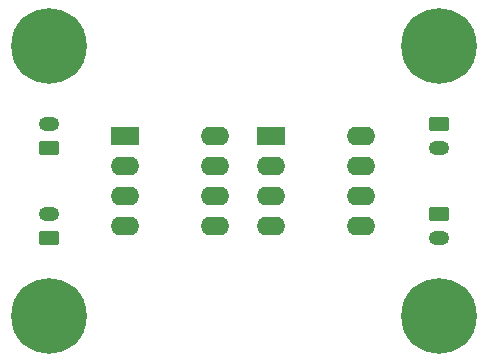
<source format=gbs>
%TF.GenerationSoftware,KiCad,Pcbnew,6.0.11-2627ca5db0~126~ubuntu22.04.1*%
%TF.CreationDate,2023-02-23T11:24:01+01:00*%
%TF.ProjectId,motordriver,6d6f746f-7264-4726-9976-65722e6b6963,rev?*%
%TF.SameCoordinates,Original*%
%TF.FileFunction,Soldermask,Bot*%
%TF.FilePolarity,Negative*%
%FSLAX46Y46*%
G04 Gerber Fmt 4.6, Leading zero omitted, Abs format (unit mm)*
G04 Created by KiCad (PCBNEW 6.0.11-2627ca5db0~126~ubuntu22.04.1) date 2023-02-23 11:24:01*
%MOMM*%
%LPD*%
G01*
G04 APERTURE LIST*
G04 Aperture macros list*
%AMRoundRect*
0 Rectangle with rounded corners*
0 $1 Rounding radius*
0 $2 $3 $4 $5 $6 $7 $8 $9 X,Y pos of 4 corners*
0 Add a 4 corners polygon primitive as box body*
4,1,4,$2,$3,$4,$5,$6,$7,$8,$9,$2,$3,0*
0 Add four circle primitives for the rounded corners*
1,1,$1+$1,$2,$3*
1,1,$1+$1,$4,$5*
1,1,$1+$1,$6,$7*
1,1,$1+$1,$8,$9*
0 Add four rect primitives between the rounded corners*
20,1,$1+$1,$2,$3,$4,$5,0*
20,1,$1+$1,$4,$5,$6,$7,0*
20,1,$1+$1,$6,$7,$8,$9,0*
20,1,$1+$1,$8,$9,$2,$3,0*%
G04 Aperture macros list end*
%ADD10RoundRect,0.250000X-0.625000X0.350000X-0.625000X-0.350000X0.625000X-0.350000X0.625000X0.350000X0*%
%ADD11O,1.750000X1.200000*%
%ADD12R,2.400000X1.600000*%
%ADD13O,2.400000X1.600000*%
%ADD14C,0.800000*%
%ADD15C,6.400000*%
%ADD16RoundRect,0.250000X0.625000X-0.350000X0.625000X0.350000X-0.625000X0.350000X-0.625000X-0.350000X0*%
G04 APERTURE END LIST*
D10*
%TO.C,SW1*%
X156350000Y-105915000D03*
D11*
X156350000Y-107915000D03*
%TD*%
D12*
%TO.C,U1*%
X142175000Y-99315000D03*
D13*
X142175000Y-101855000D03*
X142175000Y-104395000D03*
X142175000Y-106935000D03*
X149795000Y-106935000D03*
X149795000Y-104395000D03*
X149795000Y-101855000D03*
X149795000Y-99315000D03*
%TD*%
D14*
%TO.C,H3*%
X158800000Y-114515000D03*
D15*
X156400000Y-114515000D03*
D14*
X158097056Y-112817944D03*
X154000000Y-114515000D03*
X156400000Y-116915000D03*
X154702944Y-116212056D03*
X154702944Y-112817944D03*
X156400000Y-112115000D03*
X158097056Y-116212056D03*
%TD*%
D16*
%TO.C,M1*%
X123400000Y-100315000D03*
D11*
X123400000Y-98315000D03*
%TD*%
D14*
%TO.C,H4*%
X158097056Y-93412056D03*
X156400000Y-89315000D03*
X154702944Y-90017944D03*
X154000000Y-91715000D03*
X154702944Y-93412056D03*
D15*
X156400000Y-91715000D03*
D14*
X156400000Y-94115000D03*
X158097056Y-90017944D03*
X158800000Y-91715000D03*
%TD*%
D12*
%TO.C,U2*%
X129775000Y-99315000D03*
D13*
X129775000Y-101855000D03*
X129775000Y-104395000D03*
X129775000Y-106935000D03*
X137395000Y-106935000D03*
X137395000Y-104395000D03*
X137395000Y-101855000D03*
X137395000Y-99315000D03*
%TD*%
D10*
%TO.C,SW2*%
X156350000Y-98315000D03*
D11*
X156350000Y-100315000D03*
%TD*%
D14*
%TO.C,H2*%
X123400000Y-116915000D03*
X121000000Y-114515000D03*
X125097056Y-116212056D03*
X125800000Y-114515000D03*
X123400000Y-112115000D03*
X121702944Y-116212056D03*
X125097056Y-112817944D03*
D15*
X123400000Y-114515000D03*
D14*
X121702944Y-112817944D03*
%TD*%
D16*
%TO.C,J1*%
X123400000Y-107915000D03*
D11*
X123400000Y-105915000D03*
%TD*%
D14*
%TO.C,H1*%
X125097056Y-93412056D03*
X121702944Y-93412056D03*
D15*
X123400000Y-91715000D03*
D14*
X121702944Y-90017944D03*
X125097056Y-90017944D03*
X123400000Y-94115000D03*
X125800000Y-91715000D03*
X123400000Y-89315000D03*
X121000000Y-91715000D03*
%TD*%
M02*

</source>
